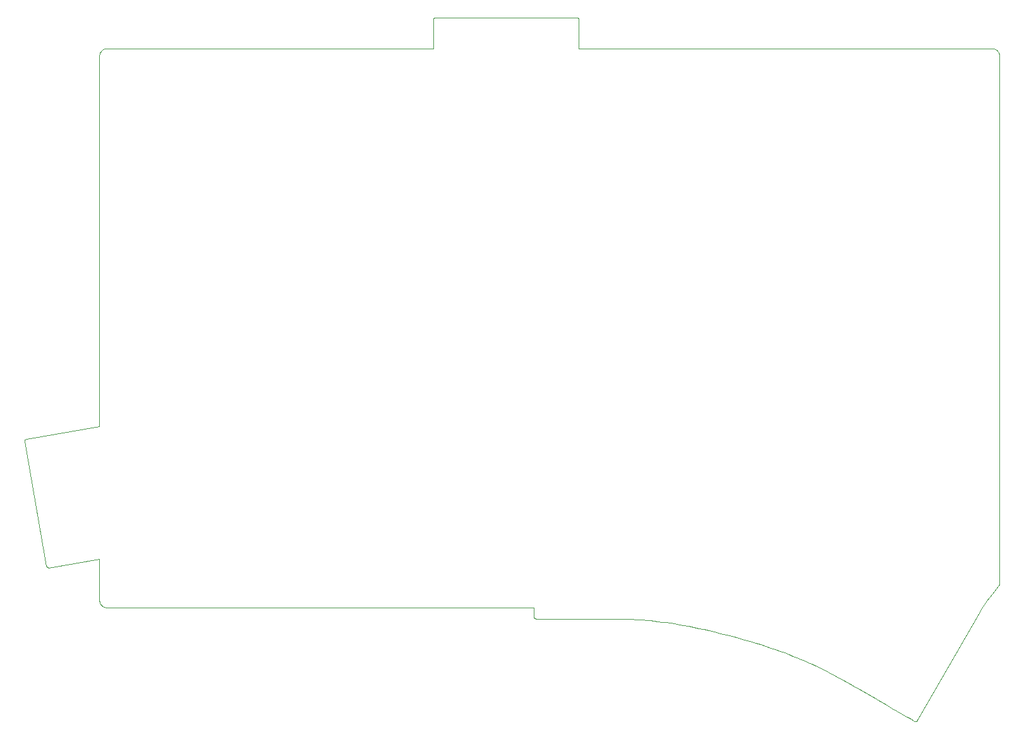
<source format=gm1>
G04 #@! TF.GenerationSoftware,KiCad,Pcbnew,8.0.4*
G04 #@! TF.CreationDate,2024-08-09T12:35:52+02:00*
G04 #@! TF.ProjectId,totem_0_3,746f7465-6d5f-4305-9f33-2e6b69636164,0.3*
G04 #@! TF.SameCoordinates,Original*
G04 #@! TF.FileFunction,Profile,NP*
%FSLAX46Y46*%
G04 Gerber Fmt 4.6, Leading zero omitted, Abs format (unit mm)*
G04 Created by KiCad (PCBNEW 8.0.4) date 2024-08-09 12:35:52*
%MOMM*%
%LPD*%
G01*
G04 APERTURE LIST*
%ADD10C,0.010000*%
G04 #@! TA.AperFunction,Profile*
%ADD11C,0.100000*%
G04 #@! TD*
G04 #@! TA.AperFunction,Profile*
%ADD12C,0.010000*%
G04 #@! TD*
G04 APERTURE END LIST*
D10*
X90579730Y-304596305D02*
X97338954Y-303403914D01*
X142103837Y-231151504D02*
X142103836Y-235010893D01*
X98337316Y-309947939D02*
X155568457Y-309947938D01*
X161603500Y-235010893D02*
X161603501Y-231151504D01*
X161304628Y-230855173D02*
X161206630Y-230855173D01*
X161010343Y-230855173D01*
X160722417Y-230855173D01*
X160349501Y-230855173D01*
X159898246Y-230855173D01*
X159375301Y-230855173D01*
X158787316Y-230855173D01*
X158140940Y-230855173D01*
X157442824Y-230855173D01*
X156699616Y-230855173D01*
X155917968Y-230855173D01*
X155104528Y-230855173D01*
X154265947Y-230855173D01*
X153408874Y-230855173D01*
X152539958Y-230855173D01*
X151665851Y-230855173D01*
X150793200Y-230855173D01*
X149928657Y-230855173D01*
X149078871Y-230855173D01*
X148250491Y-230855173D01*
X147450168Y-230855173D01*
X146684551Y-230855173D01*
X145960290Y-230855173D01*
X145284035Y-230855173D01*
X144662435Y-230855173D01*
X144102140Y-230855173D01*
X143609801Y-230855173D01*
X143192066Y-230855173D01*
X142855585Y-230855173D01*
X142607009Y-230855173D01*
X142452987Y-230855173D01*
X142400169Y-230855174D01*
X142400169Y-230855174D02*
X142385041Y-230855563D01*
X142370097Y-230856718D01*
X142355359Y-230858621D01*
X142340843Y-230861250D01*
X142326571Y-230864588D01*
X142312560Y-230868614D01*
X142298832Y-230873310D01*
X142285404Y-230878655D01*
X142272297Y-230884631D01*
X142259530Y-230891218D01*
X142247122Y-230898396D01*
X142235092Y-230906147D01*
X142223461Y-230914451D01*
X142212246Y-230923288D01*
X142201469Y-230932639D01*
X142191147Y-230942486D01*
X142181301Y-230952807D01*
X142171950Y-230963585D01*
X142163112Y-230974800D01*
X142154809Y-230986431D01*
X142147058Y-230998461D01*
X142139880Y-231010869D01*
X142133293Y-231023636D01*
X142127318Y-231036743D01*
X142121972Y-231050170D01*
X142117277Y-231063898D01*
X142113251Y-231077908D01*
X142109913Y-231092180D01*
X142107284Y-231106695D01*
X142105382Y-231121434D01*
X142104226Y-231136376D01*
X142103837Y-231151504D01*
X217980855Y-249240246D02*
X217980855Y-249196543D01*
X217980855Y-249080891D01*
X217980855Y-248898097D01*
X217980855Y-248652972D01*
X217980855Y-248350325D01*
X217980855Y-247994966D01*
X217980855Y-247591703D01*
X217980855Y-247145347D01*
X217980855Y-246660706D01*
X217980855Y-246142590D01*
X217980855Y-245595810D01*
X217980855Y-245025173D01*
X217980855Y-244435490D01*
X217980855Y-243831569D01*
X217980855Y-243218222D01*
X217980855Y-242600256D01*
X217980855Y-241982482D01*
X217980855Y-241369708D01*
X217980855Y-240766745D01*
X217980855Y-240178401D01*
X217980855Y-239609487D01*
X217980855Y-239064811D01*
X217980855Y-238549183D01*
X217980855Y-238067413D01*
X217980855Y-237624310D01*
X217980855Y-237224683D01*
X217980855Y-236873342D01*
X217980855Y-236575096D01*
X217980855Y-236334756D01*
X217980855Y-236157129D01*
X217980855Y-236047026D01*
X217980856Y-236009257D01*
X217973859Y-306931681D02*
X217977367Y-291640246D01*
X155864790Y-311450774D02*
X155971793Y-311450774D01*
X156094045Y-311450774D01*
X156231064Y-311450774D01*
X156382367Y-311450774D01*
X156547473Y-311450774D01*
X156725900Y-311450774D01*
X156917165Y-311450774D01*
X157120788Y-311450774D01*
X157336286Y-311450774D01*
X157563178Y-311450774D01*
X157800981Y-311450774D01*
X158049213Y-311450774D01*
X158307394Y-311450774D01*
X158575040Y-311450774D01*
X158851670Y-311450774D01*
X159136802Y-311450774D01*
X159429954Y-311450774D01*
X159730645Y-311450774D01*
X160038392Y-311450774D01*
X160352713Y-311450774D01*
X160673127Y-311450774D01*
X160999152Y-311450774D01*
X161330306Y-311450774D01*
X161666107Y-311450774D01*
X162006073Y-311450774D01*
X162349723Y-311450774D01*
X162696574Y-311450774D01*
X163046144Y-311450774D01*
X163397952Y-311450774D01*
X163751515Y-311450774D01*
X164106353Y-311450774D01*
X164461983Y-311450774D01*
D11*
X217979460Y-306934882D02*
G75*
G02*
X217329325Y-307813854I-4041841J2309641D01*
G01*
D10*
X164461983Y-311450774D02*
X164878845Y-311450846D01*
X165296526Y-311451350D01*
X165715825Y-311452719D01*
X166137540Y-311455384D01*
X166562468Y-311459777D01*
X166991410Y-311466332D01*
X167425163Y-311475479D01*
X167864525Y-311487651D01*
X168310295Y-311503280D01*
X168763271Y-311522799D01*
X169224252Y-311546639D01*
X169694035Y-311575233D01*
X170173421Y-311609012D01*
X170663206Y-311648409D01*
X171164190Y-311693856D01*
X171677170Y-311745786D01*
X172202945Y-311804629D01*
X172742314Y-311870820D01*
X173296075Y-311944788D01*
X173865026Y-312026968D01*
X174449965Y-312117790D01*
X175051692Y-312217688D01*
X175671005Y-312327092D01*
X176308701Y-312446436D01*
X176965580Y-312576151D01*
X177642439Y-312716670D01*
X178340077Y-312868425D01*
X179059293Y-313031847D01*
X179800885Y-313207370D01*
X180565651Y-313395425D01*
X181354390Y-313596444D01*
X182167901Y-313810860D01*
D11*
X215417218Y-310413609D02*
G75*
G02*
X217329339Y-307813868I15919401J-9705734D01*
G01*
D10*
X155568457Y-309947938D02*
X155568458Y-311154444D01*
X155568458Y-311154444D02*
X155568837Y-311169571D01*
X155569964Y-311184513D01*
X155571821Y-311199252D01*
X155574390Y-311213767D01*
X155577654Y-311228039D01*
X155581596Y-311242049D01*
X155586198Y-311255777D01*
X155591443Y-311269204D01*
X155597313Y-311282311D01*
X155603791Y-311295078D01*
X155610860Y-311307487D01*
X155618501Y-311319516D01*
X155626698Y-311331148D01*
X155635433Y-311342362D01*
X155644688Y-311353140D01*
X155654447Y-311363462D01*
X155664692Y-311373308D01*
X155675404Y-311382659D01*
X155686568Y-311391497D01*
X155698165Y-311399801D01*
X155710178Y-311407551D01*
X155722590Y-311414730D01*
X155735383Y-311421317D01*
X155748539Y-311427292D01*
X155762042Y-311432638D01*
X155775873Y-311437333D01*
X155790016Y-311441359D01*
X155804453Y-311444697D01*
X155819166Y-311447326D01*
X155834138Y-311449229D01*
X155849352Y-311450384D01*
X155864790Y-311450774D01*
D12*
X217980855Y-249240246D02*
X217977367Y-291640246D01*
D10*
X97338955Y-285634501D02*
X87542315Y-287363110D01*
X98337315Y-235010895D02*
X98285721Y-235012197D01*
X98234829Y-235016060D01*
X98184701Y-235022423D01*
X98135398Y-235031221D01*
X98086981Y-235042390D01*
X98039512Y-235055869D01*
X97993051Y-235071592D01*
X97947661Y-235089498D01*
X97903403Y-235109523D01*
X97860337Y-235131603D01*
X97818527Y-235155675D01*
X97778032Y-235181675D01*
X97738914Y-235209542D01*
X97701234Y-235239210D01*
X97665055Y-235270618D01*
X97630437Y-235303701D01*
X97597441Y-235338396D01*
X97566129Y-235374641D01*
X97536563Y-235412371D01*
X97508804Y-235451523D01*
X97482912Y-235492035D01*
X97458950Y-235533842D01*
X97436979Y-235576882D01*
X97417061Y-235621091D01*
X97399255Y-235666406D01*
X97383625Y-235712763D01*
X97370231Y-235760100D01*
X97359135Y-235808353D01*
X97350397Y-235857458D01*
X97344081Y-235907353D01*
X97340245Y-235957973D01*
X97338954Y-236009257D01*
X216982500Y-235010895D02*
X216119779Y-235010894D01*
X215042208Y-235010894D01*
X213765672Y-235010894D01*
X212306058Y-235010894D01*
X210679251Y-235010894D01*
X208901136Y-235010894D01*
X206987601Y-235010893D01*
X204954530Y-235010893D01*
X202817810Y-235010893D01*
X200593327Y-235010893D01*
X198296965Y-235010893D01*
X195944612Y-235010893D01*
X193552153Y-235010893D01*
X191135474Y-235010893D01*
X188710461Y-235010893D01*
X186292999Y-235010893D01*
X183898975Y-235010893D01*
X181544274Y-235010893D01*
X179244782Y-235010893D01*
X177016386Y-235010893D01*
X174874970Y-235010893D01*
X172836422Y-235010893D01*
X170916626Y-235010893D01*
X169131468Y-235010893D01*
X167496835Y-235010893D01*
X166028612Y-235010893D01*
X164742686Y-235010893D01*
X163654941Y-235010893D01*
X162781264Y-235010893D01*
X162137541Y-235010893D01*
X161739658Y-235010893D01*
X161603500Y-235010893D01*
X90237536Y-304356418D02*
X90240540Y-304371463D01*
X90244247Y-304386164D01*
X90248636Y-304400506D01*
X90253686Y-304414474D01*
X90259377Y-304428055D01*
X90265689Y-304441234D01*
X90272600Y-304453997D01*
X90280089Y-304466330D01*
X90288137Y-304478218D01*
X90296722Y-304489648D01*
X90305824Y-304500605D01*
X90315422Y-304511075D01*
X90325496Y-304521044D01*
X90336024Y-304530497D01*
X90346986Y-304539421D01*
X90358362Y-304547800D01*
X90370130Y-304555622D01*
X90382271Y-304562871D01*
X90394763Y-304569534D01*
X90407585Y-304575596D01*
X90420718Y-304581042D01*
X90434140Y-304585860D01*
X90447831Y-304590034D01*
X90461770Y-304593551D01*
X90475936Y-304596396D01*
X90490309Y-304598555D01*
X90504868Y-304600013D01*
X90519592Y-304600757D01*
X90534461Y-304600773D01*
X90549454Y-304600045D01*
X90564550Y-304598560D01*
X90579730Y-304596305D01*
X206961133Y-325057418D02*
X215417218Y-310413609D01*
X87542315Y-287363110D02*
X87527269Y-287366113D01*
X87512568Y-287369820D01*
X87498226Y-287374208D01*
X87484258Y-287379259D01*
X87470677Y-287384950D01*
X87457498Y-287391261D01*
X87444735Y-287398172D01*
X87432402Y-287405661D01*
X87420514Y-287413709D01*
X87409084Y-287422294D01*
X87398127Y-287431396D01*
X87387657Y-287440994D01*
X87377689Y-287451068D01*
X87368235Y-287461596D01*
X87359312Y-287472559D01*
X87350933Y-287483935D01*
X87343111Y-287495703D01*
X87335862Y-287507844D01*
X87329199Y-287520336D01*
X87323137Y-287533159D01*
X87317691Y-287546292D01*
X87312873Y-287559714D01*
X87308698Y-287573405D01*
X87305182Y-287587344D01*
X87302337Y-287601510D01*
X87300178Y-287615883D01*
X87298719Y-287630442D01*
X87297974Y-287645167D01*
X87297959Y-287660036D01*
X87298686Y-287675029D01*
X87300170Y-287690125D01*
X87302426Y-287705305D01*
X87302426Y-287705305D02*
X90237536Y-304356418D01*
X142103836Y-235010893D02*
X142022276Y-235010893D01*
X141694714Y-235010893D01*
X141137454Y-235010893D01*
X140366797Y-235010893D01*
X139399047Y-235010893D01*
X138250504Y-235010893D01*
X136937473Y-235010894D01*
X135476254Y-235010894D01*
X133883151Y-235010894D01*
X132174467Y-235010894D01*
X130366502Y-235010894D01*
X128475561Y-235010894D01*
X126517946Y-235010894D01*
X124509958Y-235010894D01*
X122467900Y-235010894D01*
X120408075Y-235010894D01*
X118346785Y-235010894D01*
X116300333Y-235010894D01*
X114285021Y-235010894D01*
X112317151Y-235010894D01*
X110413026Y-235010894D01*
X108588949Y-235010894D01*
X106861221Y-235010894D01*
X105246146Y-235010894D01*
X103760025Y-235010894D01*
X102419161Y-235010894D01*
X101239857Y-235010894D01*
X100238415Y-235010894D01*
X99431137Y-235010894D01*
X98834326Y-235010894D01*
X98464285Y-235010894D01*
X98337315Y-235010895D01*
X217980856Y-236009257D02*
X217979553Y-235957662D01*
X217975690Y-235906770D01*
X217969327Y-235856642D01*
X217960530Y-235807339D01*
X217949360Y-235758921D01*
X217935882Y-235711452D01*
X217920158Y-235664991D01*
X217902253Y-235619601D01*
X217882229Y-235575343D01*
X217860149Y-235532277D01*
X217836077Y-235490466D01*
X217810076Y-235449971D01*
X217782210Y-235410853D01*
X217752542Y-235373174D01*
X217721135Y-235336995D01*
X217688052Y-235302377D01*
X217653357Y-235269381D01*
X217617113Y-235238070D01*
X217579383Y-235208503D01*
X217540231Y-235180744D01*
X217499719Y-235154853D01*
X217457912Y-235130891D01*
X217414873Y-235108920D01*
X217370664Y-235089001D01*
X217325349Y-235071196D01*
X217278992Y-235055566D01*
X217231656Y-235042172D01*
X217183403Y-235031076D01*
X217134298Y-235022339D01*
X217084403Y-235016022D01*
X217033783Y-235012187D01*
X216982500Y-235010895D01*
X198896629Y-320742942D02*
X199185547Y-320909841D01*
X199477107Y-321078264D01*
X199770725Y-321247873D01*
X200065818Y-321418331D01*
X200361802Y-321589300D01*
X200658094Y-321760444D01*
X200954111Y-321931425D01*
X201249270Y-322101906D01*
X201542986Y-322271550D01*
X201834678Y-322440020D01*
X202123762Y-322606978D01*
X202409653Y-322772087D01*
X202691770Y-322935011D01*
X202969529Y-323095411D01*
X203242346Y-323252952D01*
X203509638Y-323407294D01*
X203770822Y-323558103D01*
X204025315Y-323705039D01*
X204272532Y-323847766D01*
X204511892Y-323985947D01*
X204742811Y-324119245D01*
X204964704Y-324247322D01*
X205176990Y-324369841D01*
X205379085Y-324486465D01*
X205570405Y-324596858D01*
X205750367Y-324700680D01*
X205918388Y-324797597D01*
X206073884Y-324887269D01*
X206216273Y-324969360D01*
X206344971Y-325043534D01*
X206459395Y-325109452D01*
X206558961Y-325166778D01*
X97338954Y-236009257D02*
X97338955Y-285634501D01*
X97338954Y-308949581D02*
X97340256Y-309001175D01*
X97344119Y-309052067D01*
X97350482Y-309102195D01*
X97359280Y-309151499D01*
X97370449Y-309199916D01*
X97383927Y-309247386D01*
X97399651Y-309293846D01*
X97417557Y-309339236D01*
X97437581Y-309383494D01*
X97459661Y-309426560D01*
X97483733Y-309468370D01*
X97509734Y-309508865D01*
X97537600Y-309547983D01*
X97567268Y-309585662D01*
X97598676Y-309621841D01*
X97631759Y-309656459D01*
X97666454Y-309689454D01*
X97702699Y-309720766D01*
X97740429Y-309750332D01*
X97779581Y-309778091D01*
X97820093Y-309803982D01*
X97861900Y-309827943D01*
X97904940Y-309849914D01*
X97949149Y-309869832D01*
X97994464Y-309887637D01*
X98040821Y-309903268D01*
X98088158Y-309916661D01*
X98136411Y-309927757D01*
X98185516Y-309936495D01*
X98235411Y-309942811D01*
X98286032Y-309946647D01*
X98337316Y-309947939D01*
X182167901Y-313810860D02*
X182979989Y-314031903D01*
X183764524Y-314252525D01*
X184522393Y-314472741D01*
X185254486Y-314692563D01*
X185961692Y-314912005D01*
X186644900Y-315131082D01*
X187304997Y-315349805D01*
X187942874Y-315568189D01*
X188559419Y-315786248D01*
X189155521Y-316003995D01*
X189732068Y-316221444D01*
X190289950Y-316438607D01*
X190830055Y-316655499D01*
X191353272Y-316872134D01*
X191860490Y-317088524D01*
X192352598Y-317304684D01*
X192830485Y-317520627D01*
X193295039Y-317736366D01*
X193747149Y-317951915D01*
X194187705Y-318167288D01*
X194617594Y-318382498D01*
X195037707Y-318597559D01*
X195448931Y-318812484D01*
X195852155Y-319027287D01*
X196248269Y-319241981D01*
X196638161Y-319456580D01*
X197022720Y-319671098D01*
X197402835Y-319885549D01*
X197779394Y-320099944D01*
X198153287Y-320314299D01*
X198525402Y-320528627D01*
X198896629Y-320742942D01*
X206558961Y-325166778D02*
X206572299Y-325174003D01*
X206585840Y-325180471D01*
X206599557Y-325186189D01*
X206613427Y-325191162D01*
X206627423Y-325195400D01*
X206641521Y-325198908D01*
X206655695Y-325201694D01*
X206669920Y-325203765D01*
X206684170Y-325205128D01*
X206698422Y-325205790D01*
X206712649Y-325205758D01*
X206726826Y-325205039D01*
X206740929Y-325203641D01*
X206754931Y-325201571D01*
X206768808Y-325198835D01*
X206782534Y-325195441D01*
X206796085Y-325191396D01*
X206809435Y-325186707D01*
X206822559Y-325181381D01*
X206835431Y-325175425D01*
X206848027Y-325168847D01*
X206860322Y-325161652D01*
X206872289Y-325153850D01*
X206883905Y-325145446D01*
X206895143Y-325136448D01*
X206905979Y-325126862D01*
X206916387Y-325116697D01*
X206926343Y-325105958D01*
X206935820Y-325094654D01*
X206944794Y-325082791D01*
X206953240Y-325070377D01*
X206961133Y-325057418D01*
X97338954Y-303403914D02*
X97338954Y-308949581D01*
X161603501Y-231151504D02*
X161603111Y-231136376D01*
X161601955Y-231121433D01*
X161600053Y-231106694D01*
X161597423Y-231092179D01*
X161594085Y-231077906D01*
X161590059Y-231063896D01*
X161585363Y-231050168D01*
X161580018Y-231036740D01*
X161574042Y-231023633D01*
X161567455Y-231010866D01*
X161560276Y-230998458D01*
X161552526Y-230986428D01*
X161544222Y-230974796D01*
X161535384Y-230963582D01*
X161526033Y-230952804D01*
X161516186Y-230942483D01*
X161505865Y-230932636D01*
X161495087Y-230923285D01*
X161483872Y-230914448D01*
X161472241Y-230906144D01*
X161460211Y-230898394D01*
X161447803Y-230891215D01*
X161435036Y-230884628D01*
X161421929Y-230878653D01*
X161408501Y-230873308D01*
X161394773Y-230868612D01*
X161380763Y-230864586D01*
X161366491Y-230861249D01*
X161351976Y-230858619D01*
X161337237Y-230856717D01*
X161322295Y-230855562D01*
X161307168Y-230855173D01*
M02*

</source>
